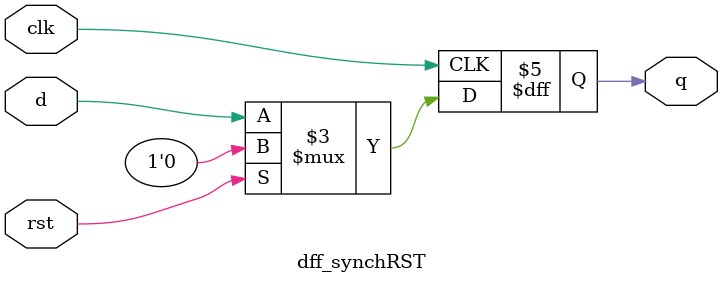
<source format=v>
`timescale 1ns / 1ps


module dff_synchRST(
    input d,
    input rst,
    input clk,
    output reg q
    );
    always @ (posedge clk) begin
		if (rst) q <= 0;
		else q <= d;
	end
endmodule

</source>
